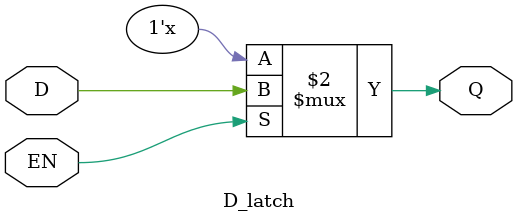
<source format=v>
module D_latch( input D,EN,output reg Q);
always @(EN,D)
if(EN) Q<=D;


endmodule

</source>
